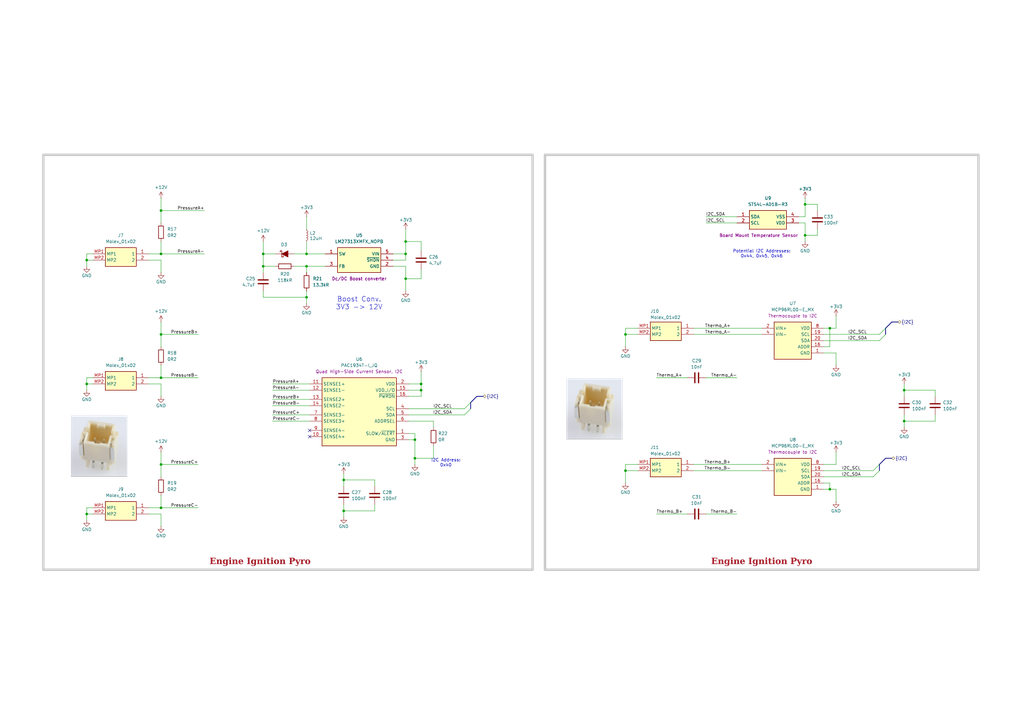
<source format=kicad_sch>
(kicad_sch (version 20250114) (generator "eeschema") (generator_version "9.0")
  (paper "A3")
  (title_block (title "Sheet Title A") (date "Last Modified Date") (rev "${REVISION}") (company "${COMPANY}"))
  (lib_symbols
    (symbol "0_Connectors:502352-0201"
      (property "Reference" "J" (at 5.08 6.985 0))
      (property "Value" "502352-0201" (at 5.08 4.445 0))
      (symbol "502352-0201_1_1"
        (rectangle (start 5.08 2.54) (end 17.78 -5.08) (stroke (width 0.254)) (fill (type background)))
        (pin passive line (at 0 0 0) (length 5.08) (name "MP1") (number "MP1"))
        (pin passive line (at 0 -2.54 0) (length 5.08) (name "MP2") (number "MP2"))
        (pin passive line (at 22.86 0 180) (length 5.08) (name "1") (number "1"))
        (pin passive line (at 22.86 -2.54 180) (length 5.08) (name "2") (number "2"))
      )
    )
    (symbol "0_Passives:C" (pin_numbers (hide yes)) (pin_names (offset 0.254))
      (property "Reference" "C" (at 0.635 8.255 0))
      (property "Value" "C" (at 0.635 5.715 0))
      (symbol "C_0_1"
        (polyline (pts (xy 3.048 -2.032) (xy 3.048 2.032)) (stroke (width 0.508)))
        (polyline (pts (xy 4.572 -2.032) (xy 4.572 2.032)) (stroke (width 0.508)))
      )
      (symbol "C_0_2"
        (polyline (pts (xy -2.54 -2.54) (xy -0.381 -0.381)))
        (polyline (pts (xy -0.508 -0.508) (xy -1.651 0.635)) (stroke (width 0.508)))
        (polyline (pts (xy -0.508 -0.508) (xy 0.635 -1.651)) (stroke (width 0.508)))
        (polyline (pts (xy 0.381 0.381) (xy 2.54 2.54)))
        (polyline (pts (xy 0.508 0.508) (xy -0.635 1.651)) (stroke (width 0.508)))
        (polyline (pts (xy 0.508 0.508) (xy 1.651 -0.635)) (stroke (width 0.508)))
      )
      (symbol "C_1_1"
        (pin passive line (at 0 0 0) (length 2.794) (name "~") (number "1"))
        (pin passive line (at 7.62 0 180) (length 2.794) (name "~") (number "2"))
      )
      (symbol "C_1_2"
        (pin passive line (at -2.54 -2.54 90) (length 0) (name "~") (number "2"))
        (pin passive line (at 2.54 2.54 270) (length 0) (name "~") (number "1"))
      )
    )
    (symbol "0_Passives:D_Shottky" (pin_numbers (hide yes)) (pin_names (offset 1.016) (hide yes))
      (property "Reference" "D" (at 3.81 5.08 0))
      (symbol "D_Shottky_0_1"
        (polyline (pts (xy 2.54 0) (xy 5.08 0)))
        (polyline (pts (xy 2.54 -1.27) (xy 2.54 1.27) (xy 5.08 0) (xy 2.54 -1.27)) (stroke (width 0.254)) (fill (type outline)))
        (polyline (pts (xy 5.715 -0.762) (xy 5.715 -1.27) (xy 5.08 -1.27) (xy 5.08 1.27) (xy 4.445 1.27) (xy 4.445 0.762)) (stroke (width 0.254)))
      )
      (symbol "D_Shottky_0_2"
        (polyline (pts (xy 1.27 -2.54) (xy 6.35 2.54)))
        (polyline (pts (xy 2.921 -0.889) (xy 2.032 0) (xy 4.699 0.889) (xy 3.81 -1.778) (xy 2.921 -0.889)) (stroke (width 0.254)) (fill (type outline)))
        (polyline (pts (xy 3.81 1.778) (xy 5.588 0)) (stroke (width 0.254)))
        (polyline (pts (xy 3.81 1.778) (xy 3.429 1.397) (xy 3.81 1.016)) (stroke (width 0.254)))
        (polyline (pts (xy 5.588 0) (xy 5.969 0.381) (xy 5.588 0.762)) (stroke (width 0.254)))
      )
      (symbol "D_Shottky_1_1"
        (pin passive line (at 0 0 0) (length 2.54) (name "A") (number "2"))
        (pin passive line (at 7.62 0 180) (length 2.54) (name "K") (number "1"))
      )
      (symbol "D_Shottky_1_2"
        (pin passive line (at 1.27 -2.54 0) (length 0) (name "A") (number "2"))
        (pin passive line (at 6.35 2.54 180) (length 0) (name "K") (number "1"))
      )
    )
    (symbol "0_Passives:Ind" (pin_numbers (hide yes)) (pin_names (offset 0.254) (hide yes))
      (property "Reference" "L" (at 0.762 -2.032 0))
      (property "Value" "Ind" (at 0.762 2.032 0))
      (symbol "Ind_0_1"
        (arc (start 0.508 0) (mid 1.016 0.5058) (end 1.524 0))
        (arc (start 1.524 0) (mid 2.032 0.5058) (end 2.54 0))
        (arc (start 2.54 0) (mid 3.048 0.5058) (end 3.556 0))
        (arc (start 3.556 0) (mid 4.064 0.5058) (end 4.572 0))
      )
      (symbol "Ind_1_1"
        (pin passive line (at 0 0 0) (length 0.508) (name "~") (number "1"))
        (pin passive line (at 5.08 0 180) (length 0.508) (name "~") (number "2"))
      )
    )
    (symbol "0_Passives:R" (pin_numbers (hide yes)) (pin_names (offset 0))
      (property "Reference" "R" (at 0 7.62 0))
      (property "Value" "R" (at 0 5.08 0))
      (symbol "R_0_1"
        (rectangle (start 1.27 -1.016) (end 6.35 1.016) (stroke (width 0.254)))
      )
      (symbol "R_0_2"
        (polyline (pts (xy -2.54 -2.54) (xy -1.524 -1.524)))
        (polyline (pts (xy 1.524 1.524) (xy 2.54 2.54)))
        (polyline (pts (xy 1.524 1.524) (xy 0.889 2.159) (xy -2.159 -0.889) (xy -0.889 -2.159) (xy 2.159 0.889) (xy 1.524 1.524)) (stroke (width 0.254)))
      )
      (symbol "R_1_1"
        (pin passive line (at 0 0 0) (length 1.27) (name "~") (number "1"))
        (pin passive line (at 7.62 0 180) (length 1.27) (name "~") (number "2"))
      )
      (symbol "R_1_2"
        (pin passive line (at -2.54 -2.54 0) (length 0) (name "") (number "2"))
        (pin passive line (at 2.54 2.54 180) (length 0) (name "") (number "1"))
      )
    )
    (symbol "0_Sensors:MCP96RL00-E_MX_1"
      (property "Reference" "U" (at 7.62 23.368 0))
      (property "Value" "MCP96RL00-E_MX" (at 7.62 20.828 0))
      (property "Description" "Thermocouple to I2C" (at 7.62 17.78 0))
      (symbol "MCP96RL00-E_MX_1_1_1"
        (rectangle (start 0 15.24) (end 15.24 0) (stroke (width 0.254)) (fill (type background)))
        (pin passive line (at -5.08 12.7 0) (length 5.08) (name "VIN+") (number "2"))
        (pin passive line (at -5.08 10.16 0) (length 5.08) (name "VIN-") (number "4"))
        (pin no_connect line (at -5.08 7.62 0) (length 5.08) (hide yes) (name "ALERT_4") (number "15"))
        (pin no_connect line (at -5.08 6.35 0) (length 5.08) (hide yes) (name "ALERT_1") (number "11"))
        (pin no_connect line (at -5.08 5.08 0) (length 5.08) (hide yes) (name "ALERT_2") (number "12"))
        (pin no_connect line (at -5.08 3.81 0) (length 5.08) (hide yes) (name "ALERT_3") (number "14"))
        (pin passive line (at 20.32 12.7 180) (length 5.08) (name "VDD") (number "8"))
        (pin passive line (at 20.32 10.16 180) (length 5.08) (name "SCL") (number "19"))
        (pin passive line (at 20.32 7.62 180) (length 5.08) (name "SDA") (number "20"))
        (pin passive line (at 20.32 5.08 180) (length 5.08) (name "ADDR") (number "16"))
        (pin passive line (at 20.32 2.54 180) (length 5.08) (name "GND") (number "1"))
        (pin passive line (at 20.32 2.54 180) (length 5.08) (hide yes) (name "GND") (number "10"))
        (pin passive line (at 20.32 2.54 180) (length 5.08) (hide yes) (name "GND") (number "13"))
        (pin passive line (at 20.32 2.54 180) (length 5.08) (hide yes) (name "GND") (number "17"))
        (pin passive line (at 20.32 2.54 180) (length 5.08) (hide yes) (name "GND") (number "18"))
        (pin passive line (at 20.32 2.54 180) (length 5.08) (hide yes) (name "EP") (number "21"))
        (pin passive line (at 20.32 2.54 180) (length 5.08) (hide yes) (name "GND") (number "3"))
        (pin passive line (at 20.32 2.54 180) (length 5.08) (hide yes) (name "GND") (number "5"))
        (pin passive line (at 20.32 2.54 180) (length 5.08) (hide yes) (name "GND") (number "6"))
        (pin passive line (at 20.32 2.54 180) (length 5.08) (hide yes) (name "GND") (number "7"))
        (pin passive line (at 20.32 2.54 180) (length 5.08) (hide yes) (name "GND") (number "9"))
      )
    )
    (symbol "0_Sensors:PAC1934T-I_JQ_1"
      (property "Reference" "U" (at 6.604 7.366 0))
      (property "Value" "PAC1934T-I_JQ" (at 6.604 4.826 0))
      (property "Description" "Quad High-Side Current Sensor, I2C" (at 2.794 -28.448 0))
      (symbol "PAC1934T-I_JQ_1_1_1"
        (rectangle (start 5.08 2.54) (end 35.56 -25.4) (stroke (width 0.254)) (fill (type background)))
        (pin input line (at 0 0 0) (length 5.08) (name "SENSE1+") (number "11"))
        (pin input line (at 0 -2.54 0) (length 5.08) (name "SENSE1-") (number "12"))
        (pin input line (at 0 -6.35 0) (length 5.08) (name "SENSE2+") (number "13"))
        (pin input line (at 0 -8.89 0) (length 5.08) (name "SENSE2-") (number "14"))
        (pin input line (at 0 -12.7 0) (length 5.08) (name "SENSE3-") (number "7"))
        (pin input line (at 0 -15.24 0) (length 5.08) (name "SENSE3+") (number "8"))
        (pin input line (at 0 -19.05 0) (length 5.08) (name "SENSE4-") (number "9"))
        (pin input line (at 0 -21.59 0) (length 5.08) (name "SENSE4+") (number "10"))
        (pin power_in line (at 40.64 0 180) (length 5.08) (name "VDD") (number "2"))
        (pin power_in line (at 40.64 -2.54 180) (length 5.08) (name "VDD_I/O") (number "15"))
        (pin input line (at 40.64 -5.08 180) (length 5.08) (name "~{PWRDN}") (number "16"))
        (pin input line (at 40.64 -10.16 180) (length 5.08) (name "SCL") (number "4"))
        (pin bidirectional line (at 40.64 -12.7 180) (length 5.08) (name "SDA") (number "5"))
        (pin input line (at 40.64 -15.24 180) (length 5.08) (name "ADDRSEL") (number "6"))
        (pin output line (at 40.64 -20.32 180) (length 5.08) (name "SLOW/~{ALERT}") (number "1"))
        (pin power_in line (at 40.64 -22.86 180) (length 5.08) (hide yes) (name "GND") (number "17"))
        (pin power_in line (at 40.64 -22.86 180) (length 5.08) (name "GND") (number "3"))
      )
    )
    (symbol "0_Sensors:STS4L-AD1B-R3"
      (property "Reference" "U" (at 5.842 7.366 0))
      (property "Value" "STS4L-AD1B-R3" (at 5.842 4.826 0))
      (symbol "STS4L-AD1B-R3_1_1"
        (rectangle (start 5.08 2.54) (end 20.32 -5.08) (stroke (width 0.254)) (fill (type background)))
        (pin passive line (at 0 0 0) (length 5.08) (name "SDA") (number "1"))
        (pin passive line (at 0 -2.54 0) (length 5.08) (name "SCL") (number "2"))
        (pin passive line (at 25.4 0 180) (length 5.08) (name "VSS") (number "4"))
        (pin passive line (at 25.4 -2.54 180) (length 5.08) (name "VDD") (number "3"))
      )
    )
    (symbol "LM27313XMFX_NOPB_1"
      (property "Reference" "U" (at 4.826 7.874 0))
      (property "Value" "LM27313XMFX_NOPB" (at 4.826 5.334 0))
      (property "Description" "Dc/DC Boost converter, 1.8MHz" (at 15.494 -10.16 0))
      (symbol "LM27313XMFX_NOPB_1_1_1"
        (rectangle (start 5.08 2.54) (end 22.86 -7.62) (stroke (width 0.254)) (fill (type background)))
        (pin passive line (at 0 0 0) (length 5.08) (name "SW") (number "1"))
        (pin passive line (at 0 -5.08 0) (length 5.08) (name "FB") (number "3"))
        (pin passive line (at 27.94 0 180) (length 5.08) (name "VIN") (number "5"))
        (pin passive line (at 27.94 -2.54 180) (length 5.08) (name "~{SHDN}") (number "4"))
        (pin passive line (at 27.94 -5.08 180) (length 5.08) (name "GND") (number "2"))
      )
    )
    (symbol "Library:+12V" (power) (pin_numbers (hide yes)) (pin_names (offset 0) (hide yes))
      (property "Value" "+12V" (at 0 3.556 0))
      (symbol "+12V_0_1"
        (polyline (pts (xy -0.762 1.27) (xy 0 2.54)))
        (polyline (pts (xy 0 2.54) (xy 0.762 1.27)))
        (polyline (pts (xy 0 0) (xy 0 2.54)))
      )
      (symbol "+12V_1_1"
        (pin power_in line (at 0 0 90) (length 0) (name "~") (number "1"))
      )
    )
    (symbol "Library:+3V3" (power) (pin_numbers (hide yes)) (pin_names (offset 0) (hide yes))
      (property "Value" "+3V3" (at 0 3.556 0))
      (symbol "+3V3_0_1"
        (polyline (pts (xy -0.762 1.27) (xy 0 2.54)))
        (polyline (pts (xy 0 2.54) (xy 0.762 1.27)))
        (polyline (pts (xy 0 0) (xy 0 2.54)))
      )
      (symbol "+3V3_1_1"
        (pin power_in line (at 0 0 90) (length 0) (name "~") (number "1"))
      )
    )
    (symbol "Library:GND" (power) (pin_numbers (hide yes)) (pin_names (offset 0) (hide yes))
      (property "Value" "GND" (at 0 -3.81 0))
      (symbol "GND_0_1"
        (polyline (pts (xy 0 0) (xy 0 -1.27) (xy 1.27 -1.27) (xy 0 -2.54) (xy -1.27 -1.27) (xy 0 -1.27)))
      )
      (symbol "GND_1_1"
        (pin power_in line (at 0 0 270) (length 0) (name "~") (number "1"))
      )
    )
  )
  (rectangle (start 17.78 63.5) (end 218.44 233.68) (stroke (width 1) (color 200 200 200 1)))
  (rectangle (start 223.52 63.5) (end 401.32 233.68) (stroke (width 1) (color 200 200 200 1)))
  (text "Potential I2C Addresses:\n0x44, 0x45, 0x46" (at 312.42 104.14 0) (effects (font (size 1.27 1.27))))
  (text "Boost Conv.\n3V3 -> 12V" (at 147.32 124.46 0) (effects (font (size 2 2))))
  (text "I2C Address:\n0x40" (at 182.88 189.865 0) (effects (font (size 1.27 1.27))))
  (text_box "Engine Ignition Pyro" (at 17.78 223.52 0) (size 177.8 10.16) (margins 1.9049 1.9049 1.9049 1.9049) (stroke (width -0.0001)) (effects (font (size 2.54 2.54) (thickness 0.508) (bold yes)) (justify bottom)))
  (text_box "Engine Ignition Pyro" (at 223.52 223.52 0) (size 177.8 10.16) (margins 1.9049 1.9049 1.9049 1.9049) (stroke (width -0.0001)) (effects (font (size 2.54 2.54) (thickness 0.508) (bold yes)) (justify bottom)))
  (junction (at 330.2 83.82))
  (junction (at 166.37 99.06))
  (junction (at 107.95 104.14))
  (junction (at 66.04 190.5))
  (junction (at 66.04 154.94))
  (junction (at 35.56 210.82))
  (junction (at 35.56 106.68))
  (junction (at 140.97 196.85))
  (junction (at 172.72 160.02))
  (junction (at 172.72 157.48))
  (junction (at 125.73 121.92))
  (junction (at 170.18 180.34))
  (junction (at 370.84 172.72))
  (junction (at 340.36 200.66))
  (junction (at 125.73 104.14))
  (junction (at 107.95 109.22))
  (junction (at 66.04 137.16))
  (junction (at 256.54 137.16))
  (junction (at 370.84 160.02))
  (junction (at 330.2 96.52))
  (junction (at 66.04 208.28))
  (junction (at 125.73 109.22))
  (junction (at 170.18 187.96))
  (junction (at 66.04 104.14))
  (junction (at 166.37 104.14))
  (junction (at 35.56 157.48))
  (junction (at 166.37 114.3))
  (junction (at 140.97 209.55))
  (junction (at 340.36 134.62))
  (junction (at 66.04 86.36))
  (junction (at 256.54 193.04))
  (no_connect (at 127 176.53))
  (no_connect (at 127 179.07))
  (bus_entry (at 360.68 137.16) (size 2.54 -2.54))
  (bus_entry (at 190.5 167.64) (size 2.54 -2.54))
  (bus_entry (at 358.14 193.04) (size 2.54 -2.54))
  (bus_entry (at 190.5 170.18) (size 2.54 -2.54))
  (bus_entry (at 358.14 195.58) (size 2.54 -2.54))
  (bus_entry (at 360.68 139.7) (size 2.54 -2.54))
  (wire (pts (xy 337.82 195.58) (xy 358.14 195.58)))
  (wire (pts (xy 284.48 137.16) (xy 312.42 137.16)))
  (wire (pts (xy 140.97 207.01) (xy 140.97 209.55)))
  (wire (pts (xy 66.04 86.36) (xy 83.82 86.36)))
  (wire (pts (xy 256.54 190.5) (xy 261.62 190.5)))
  (wire (pts (xy 337.82 137.16) (xy 360.68 137.16)))
  (wire (pts (xy 38.1 104.14) (xy 35.56 104.14)))
  (wire (pts (xy 383.54 160.02) (xy 370.84 160.02)))
  (wire (pts (xy 167.64 160.02) (xy 172.72 160.02)))
  (wire (pts (xy 107.95 119.38) (xy 107.95 121.92)))
  (wire (pts (xy 66.04 208.28) (xy 81.28 208.28)))
  (wire (pts (xy 289.56 91.44) (xy 302.26 91.44)))
  (wire (pts (xy 35.56 210.82) (xy 35.56 213.36)))
  (wire (pts (xy 256.54 134.62) (xy 256.54 137.16)))
  (wire (pts (xy 66.04 203.2) (xy 66.04 208.28)))
  (wire (pts (xy 66.04 137.16) (xy 81.28 137.16)))
  (wire (pts (xy 370.84 170.18) (xy 370.84 172.72)))
  (wire (pts (xy 256.54 193.04) (xy 261.62 193.04)))
  (wire (pts (xy 330.2 81.28) (xy 330.2 83.82)))
  (wire (pts (xy 111.76 163.83) (xy 127 163.83)))
  (wire (pts (xy 383.54 170.18) (xy 383.54 172.72)))
  (wire (pts (xy 60.96 157.48) (xy 66.04 157.48)))
  (wire (pts (xy 107.95 109.22) (xy 113.03 109.22)))
  (wire (pts (xy 66.04 106.68) (xy 66.04 111.76)))
  (wire (pts (xy 161.29 109.22) (xy 166.37 109.22)))
  (wire (pts (xy 120.65 104.14) (xy 125.73 104.14)))
  (wire (pts (xy 177.8 182.88) (xy 177.8 187.96)))
  (wire (pts (xy 289.56 154.94) (xy 302.26 154.94)))
  (wire (pts (xy 327.66 88.9) (xy 330.2 88.9)))
  (wire (pts (xy 340.36 142.24) (xy 340.36 134.62)))
  (wire (pts (xy 166.37 109.22) (xy 166.37 114.3)))
  (wire (pts (xy 153.67 196.85) (xy 140.97 196.85)))
  (wire (pts (xy 35.56 104.14) (xy 35.56 106.68)))
  (wire (pts (xy 342.9 149.86) (xy 342.9 144.78)))
  (wire (pts (xy 166.37 99.06) (xy 166.37 104.14)))
  (wire (pts (xy 140.97 209.55) (xy 140.97 212.09)))
  (wire (pts (xy 107.95 104.14) (xy 113.03 104.14)))
  (wire (pts (xy 342.9 200.66) (xy 340.36 200.66)))
  (wire (pts (xy 140.97 196.85) (xy 140.97 199.39)))
  (wire (pts (xy 330.2 96.52) (xy 330.2 99.06)))
  (bus (pts (xy 360.68 190.5) (xy 363.22 187.96)))
  (wire (pts (xy 125.73 109.22) (xy 125.73 111.76)))
  (bus (pts (xy 368.3 132.08) (xy 365.76 132.08)))
  (wire (pts (xy 167.64 157.48) (xy 172.72 157.48)))
  (wire (pts (xy 342.9 134.62) (xy 342.9 129.54)))
  (wire (pts (xy 153.67 209.55) (xy 140.97 209.55)))
  (wire (pts (xy 330.2 91.44) (xy 330.2 96.52)))
  (wire (pts (xy 60.96 154.94) (xy 66.04 154.94)))
  (wire (pts (xy 125.73 99.06) (xy 125.73 104.14)))
  (wire (pts (xy 370.84 157.48) (xy 370.84 160.02)))
  (wire (pts (xy 140.97 194.31) (xy 140.97 196.85)))
  (wire (pts (xy 177.8 187.96) (xy 170.18 187.96)))
  (wire (pts (xy 66.04 190.5) (xy 66.04 195.58)))
  (wire (pts (xy 167.64 170.18) (xy 190.5 170.18)))
  (wire (pts (xy 337.82 190.5) (xy 342.9 190.5)))
  (wire (pts (xy 383.54 172.72) (xy 370.84 172.72)))
  (wire (pts (xy 60.96 104.14) (xy 66.04 104.14)))
  (wire (pts (xy 66.04 154.94) (xy 81.28 154.94)))
  (wire (pts (xy 38.1 208.28) (xy 35.56 208.28)))
  (wire (pts (xy 35.56 157.48) (xy 35.56 160.02)))
  (wire (pts (xy 35.56 157.48) (xy 38.1 157.48)))
  (wire (pts (xy 66.04 132.08) (xy 66.04 137.16)))
  (wire (pts (xy 166.37 93.98) (xy 166.37 99.06)))
  (wire (pts (xy 172.72 110.49) (xy 172.72 114.3)))
  (wire (pts (xy 153.67 199.39) (xy 153.67 196.85)))
  (wire (pts (xy 172.72 99.06) (xy 172.72 102.87)))
  (wire (pts (xy 170.18 187.96) (xy 170.18 180.34)))
  (wire (pts (xy 340.36 200.66) (xy 337.82 200.66)))
  (wire (pts (xy 107.95 104.14) (xy 107.95 99.06)))
  (wire (pts (xy 111.76 166.37) (xy 127 166.37)))
  (wire (pts (xy 172.72 152.4) (xy 172.72 157.48)))
  (wire (pts (xy 125.73 104.14) (xy 133.35 104.14)))
  (wire (pts (xy 289.56 88.9) (xy 302.26 88.9)))
  (wire (pts (xy 66.04 210.82) (xy 66.04 215.9)))
  (wire (pts (xy 35.56 106.68) (xy 35.56 109.22)))
  (wire (pts (xy 335.28 86.36) (xy 335.28 83.82)))
  (wire (pts (xy 170.18 180.34) (xy 167.64 180.34)))
  (wire (pts (xy 111.76 172.72) (xy 127 172.72)))
  (wire (pts (xy 125.73 109.22) (xy 133.35 109.22)))
  (wire (pts (xy 342.9 144.78) (xy 337.82 144.78)))
  (wire (pts (xy 284.48 193.04) (xy 312.42 193.04)))
  (wire (pts (xy 284.48 134.62) (xy 312.42 134.62)))
  (wire (pts (xy 107.95 109.22) (xy 107.95 104.14)))
  (wire (pts (xy 66.04 190.5) (xy 81.28 190.5)))
  (bus (pts (xy 365.76 187.96) (xy 363.22 187.96)))
  (wire (pts (xy 66.04 149.86) (xy 66.04 154.94)))
  (bus (pts (xy 193.04 165.1) (xy 193.04 167.64)))
  (wire (pts (xy 166.37 119.38) (xy 166.37 114.3)))
  (wire (pts (xy 167.64 177.8) (xy 170.18 177.8)))
  (wire (pts (xy 35.56 154.94) (xy 35.56 157.48)))
  (wire (pts (xy 330.2 83.82) (xy 335.28 83.82)))
  (wire (pts (xy 370.84 160.02) (xy 370.84 162.56)))
  (wire (pts (xy 66.04 99.06) (xy 66.04 104.14)))
  (wire (pts (xy 289.56 210.82) (xy 302.26 210.82)))
  (wire (pts (xy 66.04 86.36) (xy 66.04 91.44)))
  (wire (pts (xy 335.28 93.98) (xy 335.28 96.52)))
  (wire (pts (xy 161.29 104.14) (xy 166.37 104.14)))
  (wire (pts (xy 269.24 154.94) (xy 281.94 154.94)))
  (wire (pts (xy 60.96 106.68) (xy 66.04 106.68)))
  (wire (pts (xy 66.04 185.42) (xy 66.04 190.5)))
  (wire (pts (xy 342.9 190.5) (xy 342.9 185.42)))
  (bus (pts (xy 193.04 165.1) (xy 195.58 162.56)))
  (wire (pts (xy 256.54 193.04) (xy 256.54 198.12)))
  (wire (pts (xy 337.82 134.62) (xy 340.36 134.62)))
  (wire (pts (xy 256.54 137.16) (xy 261.62 137.16)))
  (wire (pts (xy 337.82 198.12) (xy 340.36 198.12)))
  (wire (pts (xy 172.72 162.56) (xy 172.72 160.02)))
  (bus (pts (xy 363.22 134.62) (xy 365.76 132.08)))
  (wire (pts (xy 256.54 134.62) (xy 261.62 134.62)))
  (wire (pts (xy 170.18 177.8) (xy 170.18 180.34)))
  (wire (pts (xy 167.64 172.72) (xy 177.8 172.72)))
  (wire (pts (xy 60.96 208.28) (xy 66.04 208.28)))
  (wire (pts (xy 35.56 106.68) (xy 38.1 106.68)))
  (bus (pts (xy 198.12 162.56) (xy 195.58 162.56)))
  (wire (pts (xy 161.29 106.68) (xy 166.37 106.68)))
  (wire (pts (xy 111.76 157.48) (xy 127 157.48)))
  (wire (pts (xy 107.95 121.92) (xy 125.73 121.92)))
  (wire (pts (xy 342.9 205.74) (xy 342.9 200.66)))
  (bus (pts (xy 360.68 190.5) (xy 360.68 193.04)))
  (wire (pts (xy 172.72 160.02) (xy 172.72 157.48)))
  (wire (pts (xy 120.65 109.22) (xy 125.73 109.22)))
  (wire (pts (xy 107.95 109.22) (xy 107.95 111.76)))
  (wire (pts (xy 370.84 172.72) (xy 370.84 175.26)))
  (wire (pts (xy 330.2 96.52) (xy 335.28 96.52)))
  (wire (pts (xy 66.04 104.14) (xy 83.82 104.14)))
  (wire (pts (xy 342.9 134.62) (xy 340.36 134.62)))
  (wire (pts (xy 125.73 121.92) (xy 125.73 124.46)))
  (wire (pts (xy 66.04 81.28) (xy 66.04 86.36)))
  (wire (pts (xy 337.82 139.7) (xy 360.68 139.7)))
  (wire (pts (xy 35.56 208.28) (xy 35.56 210.82)))
  (wire (pts (xy 337.82 193.04) (xy 358.14 193.04)))
  (wire (pts (xy 177.8 172.72) (xy 177.8 175.26)))
  (wire (pts (xy 66.04 137.16) (xy 66.04 142.24)))
  (wire (pts (xy 167.64 162.56) (xy 172.72 162.56)))
  (wire (pts (xy 111.76 170.18) (xy 127 170.18)))
  (wire (pts (xy 111.76 160.02) (xy 127 160.02)))
  (wire (pts (xy 35.56 210.82) (xy 38.1 210.82)))
  (wire (pts (xy 256.54 137.16) (xy 256.54 142.24)))
  (wire (pts (xy 125.73 88.9) (xy 125.73 93.98)))
  (wire (pts (xy 125.73 119.38) (xy 125.73 121.92)))
  (wire (pts (xy 337.82 142.24) (xy 340.36 142.24)))
  (wire (pts (xy 153.67 207.01) (xy 153.67 209.55)))
  (wire (pts (xy 284.48 190.5) (xy 312.42 190.5)))
  (wire (pts (xy 172.72 99.06) (xy 166.37 99.06)))
  (wire (pts (xy 170.18 190.5) (xy 170.18 187.96)))
  (wire (pts (xy 383.54 162.56) (xy 383.54 160.02)))
  (wire (pts (xy 66.04 157.48) (xy 66.04 162.56)))
  (wire (pts (xy 167.64 167.64) (xy 190.5 167.64)))
  (wire (pts (xy 269.24 210.82) (xy 281.94 210.82)))
  (wire (pts (xy 60.96 210.82) (xy 66.04 210.82)))
  (wire (pts (xy 330.2 83.82) (xy 330.2 88.9)))
  (wire (pts (xy 327.66 91.44) (xy 330.2 91.44)))
  (bus (pts (xy 363.22 134.62) (xy 363.22 137.16)))
  (wire (pts (xy 172.72 114.3) (xy 166.37 114.3)))
  (wire (pts (xy 38.1 154.94) (xy 35.56 154.94)))
  (wire (pts (xy 166.37 106.68) (xy 166.37 104.14)))
  (wire (pts (xy 256.54 190.5) (xy 256.54 193.04)))
  (wire (pts (xy 340.36 198.12) (xy 340.36 200.66)))
  (image (at 40.64 182.88))
  (image (at 243.84 167.64))
  (label "PressureA+" (at 111.76 157.48 0))
  (label "Thermo_B+" (at 299.72 190.5 180))
  (label "PressureA-" (at 111.76 160.02 0))
  (label "I2C_SCL" (at 353.06 193.04 180))
  (label "Thermo_A-" (at 302.26 154.94 180))
  (label "Thermo_B-" (at 299.72 193.04 180))
  (label "Thermo_A-" (at 299.72 137.16 180))
  (label "I2C_SCL" (at 185.42 167.64 180))
  (label "Thermo_A+" (at 269.24 154.94 0))
  (label "PressureB-" (at 111.76 166.37 0))
  (label "PressureB-" (at 81.28 154.94 180))
  (label "PressureA+" (at 83.82 86.36 180))
  (label "PressureC-" (at 81.28 208.28 180))
  (label "Thermo_B-" (at 302.26 210.82 180))
  (label "PressureC+" (at 81.28 190.5 180))
  (label "Thermo_B+" (at 269.24 210.82 0))
  (label "I2C_SDA" (at 185.42 170.18 180))
  (label "I2C_SCL" (at 355.6 137.16 180))
  (label "PressureB+" (at 81.28 137.16 180))
  (label "PressureB+" (at 111.76 163.83 0))
  (label "Thermo_A+" (at 299.72 134.62 180))
  (label "PressureC+" (at 111.76 170.18 0))
  (label "I2C_SDA" (at 353.06 195.58 180))
  (label "PressureC-" (at 111.76 172.72 0))
  (label "PressureA-" (at 83.82 104.14 180))
  (label "I2C_SDA" (at 289.56 88.9 0))
  (label "I2C_SDA" (at 355.6 139.7 180))
  (label "I2C_SCL" (at 289.56 91.44 0))
  (hierarchical_label "{I2C}" (shape bidirectional) (at 368.3 132.08 0))
  (hierarchical_label "{I2C}" (shape bidirectional) (at 198.12 162.56 0))
  (hierarchical_label "{I2C}" (shape bidirectional) (at 365.76 187.96 0))
  (symbol (lib_id "0_Passives:C") (at 383.54 170.18 90) (unit 1)
    (property "Reference" "C32" (at 386.715 165.1 90) (effects (justify right)))
    (property "Value" "100nF" (at 386.715 167.64 90) (effects (justify right)))
    (property "Footprint" "0_Capacitors:C_0603_1608_DensityHigh" (effects (hide yes)))
    (property "Description" "SMD 0402 MLCC capacitor, Alternate KiCad Library" (effects (hide yes)))
  )
  (symbol (lib_id "0_Passives:D_Shottky") (at 120.65 104.14 180) (unit 1)
    (property "Reference" "D3" (at 116.5225 100.33 0))
    (property "Footprint" "0_Passives:D_0805_2012Metric" (effects (hide yes)))
  )
  (symbol (lib_id "Library:+3V3") (at 342.9 185.42 0) (unit 1)
    (property "Reference" "#PWR01221" (effects (hide yes)))
    (property "Value" "+3V3" (at 342.9 181.61 0))
    (property "Description" "Power symbol creates a global label with name \"+3V3\"" (effects (hide yes)))
  )
  (symbol (lib_id "Library:+12V") (at 107.95 99.06 0) (unit 1)
    (property "Reference" "#PWR01205" (effects (hide yes)))
    (property "Value" "+12V" (at 107.95 94.615 0))
    (property "Description" "Power symbol creates a global label with name \"+12V\"" (effects (hide yes)))
  )
  (symbol (lib_id "Library:GND") (at 342.9 149.86 0) (unit 1)
    (property "Reference" "#PWR01214" (effects (hide yes)))
    (property "Value" "GND" (at 342.9 153.67 0))
    (property "Description" "Power symbol creates a global label with name \"GND\" , ground" (effects (hide yes)))
  )
  (symbol (lib_id "0_Passives:R") (at 177.8 182.88 90) (unit 1)
    (property "Reference" "R22" (at 179.705 177.8 90) (effects (justify right)))
    (property "Value" "0R" (at 179.705 180.34 90) (effects (justify right)))
    (property "Footprint" "0_Resistors:R_0805_2012_DensityHigh" (effects (hide yes)))
    (property "Description" "SMD 0402 Chip Resistor, European Symbol, Alternate KiCad Library" (effects (hide yes)))
  )
  (symbol (lib_id "Library:GND") (at 256.54 198.12 0) (unit 1)
    (property "Reference" "#PWR01224" (effects (hide yes)))
    (property "Value" "GND" (at 256.54 201.93 0))
    (property "Description" "Power symbol creates a global label with name \"GND\" , ground" (effects (hide yes)))
  )
  (symbol (lib_id "0_Sensors:STS4L-AD1B-R3") (at 302.26 88.9 0) (unit 1)
    (property "Reference" "U9" (at 314.96 81.28 0))
    (property "Value" "STS4L-AD1B-R3" (at 314.96 83.82 0))
    (property "Footprint" "0_Sensors:STS4LAD1BR3" (effects (hide yes)))
    (property "Datasheet" "https://sensirion.com/media/documents/D2D0B4A9/667AC1F4/HT_DS_Datasheet_STS4x.pdf" (effects (hide yes)))
    (property "Description" "Board Mount Temperature Sensor" (at 311.15 96.52 0))
    (property "MPN" "STS4L-AD1B-R3" (effects (hide yes)))
    (property "Supplier Link" "https://uk.farnell.com/sensirion/sts4l-ad1b-r3/temperature-sensor-0-4deg-c-dfn/dp/4551122" (effects (hide yes)))
  )
  (symbol (lib_id "Library:+12V") (at 66.04 185.42 0) (unit 1)
    (property "Reference" "#PWR01220" (effects (hide yes)))
    (property "Value" "+12V" (at 66.04 180.975 0))
    (property "Description" "Power symbol creates a global label with name \"+12V\"" (effects (hide yes)))
  )
  (symbol (lib_id "0_Connectors:502352-0201") (at 38.1 154.94 0) (unit 1)
    (property "Reference" "J8" (at 49.53 147.32 0))
    (property "Value" "Molex_01x02" (at 49.53 149.86 0))
    (property "Footprint" "0_Connectors:502352_0201" (effects (hide yes)))
    (property "Datasheet" "https://www.molex.com/pdm_docs/sd/5023520201_sd.pdf" (effects (hide yes)))
    (property "Description" "MOLEX - 502352-0201 - WTB CONN, HEADER, 2POS, 1ROW, 2MM ROHS COMPLIANT: YES" (effects (hide yes)))
    (property "MPN" "502352-0201" (effects (hide yes)))
    (property "Supplier Link" "https://uk.farnell.com/molex/502352-0201/wtb-conn-header-2pos-1row-2mm/dp/3103081" (effects (hide yes)))
  )
  (symbol (lib_id "Library:GND") (at 140.97 212.09 0) (mirror y) (unit 1)
    (property "Reference" "#PWR01226" (effects (hide yes)))
    (property "Value" "GND" (at 140.97 215.9 0))
    (property "Description" "Power symbol creates a global label with name \"GND\" , ground" (effects (hide yes)))
  )
  (symbol (lib_id "0_Passives:C") (at 370.84 170.18 270) (mirror x) (unit 1)
    (property "Reference" "C30" (at 374.015 165.1 90) (effects (justify left)))
    (property "Value" "100nF" (at 374.015 167.64 90) (effects (justify left)))
    (property "Footprint" "0_Capacitors:C_0603_1608_DensityHigh" (effects (hide yes)))
    (property "Description" "SMD 0402 MLCC capacitor, Alternate KiCad Library" (effects (hide yes)))
  )
  (symbol (lib_id "Library:GND") (at 342.9 205.74 0) (unit 1)
    (property "Reference" "#PWR01225" (effects (hide yes)))
    (property "Value" "GND" (at 342.9 209.55 0))
    (property "Description" "Power symbol creates a global label with name \"GND\" , ground" (effects (hide yes)))
  )
  (symbol (lib_id "0_Passives:R") (at 66.04 142.24 270) (unit 1)
    (property "Reference" "R18" (at 68.58 144.78 90) (effects (justify left)))
    (property "Value" "0R2" (at 68.58 147.32 90) (effects (justify left)))
    (property "Footprint" "0_Resistors:R_1206_3216_DensityHigh_Large" (effects (hide yes)))
    (property "Description" "SMD 0402 Chip Resistor, European Symbol, Alternate KiCad Library" (effects (hide yes)))
  )
  (symbol (lib_id "0_Passives:C") (at 172.72 102.87 270) (unit 1)
    (property "Reference" "C26" (at 175.895 105.41 90) (effects (justify left)))
    (property "Value" "4.7uF" (at 175.895 107.95 90) (effects (justify left)))
    (property "Footprint" "0_Capacitors:C_0603_1608_DensityHigh" (effects (hide yes)))
    (property "Description" "SMD 0402 MLCC capacitor, Alternate KiCad Library" (effects (hide yes)))
  )
  (symbol (lib_id "Library:GND") (at 66.04 111.76 0) (unit 1)
    (property "Reference" "#PWR01208" (effects (hide yes)))
    (property "Value" "GND" (at 66.04 115.57 0))
    (property "Description" "Power symbol creates a global label with name \"GND\" , ground" (effects (hide yes)))
  )
  (symbol (lib_id "Library:+12V") (at 66.04 81.28 0) (unit 1)
    (property "Reference" "#PWR01201" (effects (hide yes)))
    (property "Value" "+12V" (at 66.04 76.835 0))
    (property "Description" "Power symbol creates a global label with name \"+12V\"" (effects (hide yes)))
  )
  (symbol (lib_id "0_Passives:C") (at 153.67 199.39 270) (unit 1)
    (property "Reference" "C28" (at 156.845 201.93 90) (effects (justify left)))
    (property "Value" "100nF" (at 156.845 204.47 90) (effects (justify left)))
    (property "Footprint" "0_Capacitors:C_0603_1608_DensityHigh" (effects (hide yes)))
    (property "Description" "SMD 0402 MLCC capacitor, Alternate KiCad Library" (effects (hide yes)))
  )
  (symbol (lib_id "Library:+12V") (at 66.04 132.08 0) (unit 1)
    (property "Reference" "#PWR01212" (effects (hide yes)))
    (property "Value" "+12V" (at 66.04 127.635 0))
    (property "Description" "Power symbol creates a global label with name \"+12V\"" (effects (hide yes)))
  )
  (symbol (lib_id "0_Connectors:502352-0201") (at 38.1 208.28 0) (unit 1)
    (property "Reference" "J9" (at 49.53 200.66 0))
    (property "Value" "Molex_01x02" (at 49.53 203.2 0))
    (property "Footprint" "0_Connectors:502352_0201" (effects (hide yes)))
    (property "Datasheet" "https://www.molex.com/pdm_docs/sd/5023520201_sd.pdf" (effects (hide yes)))
    (property "Description" "MOLEX - 502352-0201 - WTB CONN, HEADER, 2POS, 1ROW, 2MM ROHS COMPLIANT: YES" (effects (hide yes)))
    (property "MPN" "502352-0201" (effects (hide yes)))
    (property "Supplier Link" "https://uk.farnell.com/molex/502352-0201/wtb-conn-header-2pos-1row-2mm/dp/3103081" (effects (hide yes)))
  )
  (symbol (lib_id "Library:GND") (at 125.73 124.46 0) (mirror y) (unit 1)
    (property "Reference" "#PWR01210" (effects (hide yes)))
    (property "Value" "GND" (at 125.73 128.27 0))
    (property "Description" "Power symbol creates a global label with name \"GND\" , ground" (effects (hide yes)))
  )
  (symbol (lib_id "Library:GND") (at 330.2 99.06 0) (unit 1)
    (property "Reference" "#PWR01206" (effects (hide yes)))
    (property "Value" "GND" (at 330.2 102.87 0))
    (property "Description" "Power symbol creates a global label with name \"GND\" , ground" (effects (hide yes)))
  )
  (symbol (lib_id "Library:GND") (at 256.54 142.24 0) (unit 1)
    (property "Reference" "#PWR01213" (effects (hide yes)))
    (property "Value" "GND" (at 256.54 146.05 0))
    (property "Description" "Power symbol creates a global label with name \"GND\" , ground" (effects (hide yes)))
  )
  (symbol (lib_id "Library:+3V3") (at 125.73 88.9 0) (mirror y) (unit 1)
    (property "Reference" "#PWR01203" (effects (hide yes)))
    (property "Value" "+3V3" (at 125.73 85.09 0))
    (property "Description" "Power symbol creates a global label with name \"+3V3\"" (effects (hide yes)))
  )
  (symbol (lib_id "Library:GND") (at 66.04 162.56 0) (unit 1)
    (property "Reference" "#PWR01218" (effects (hide yes)))
    (property "Value" "GND" (at 66.04 166.37 0))
    (property "Description" "Power symbol creates a global label with name \"GND\" , ground" (effects (hide yes)))
  )
  (symbol (lib_id "0_Passives:C") (at 289.56 210.82 180) (unit 1)
    (property "Reference" "C31" (at 285.75 203.835 0))
    (property "Value" "10nF" (at 285.75 206.375 0))
    (property "Footprint" "0_Capacitors:C_0603_1608_DensityHigh" (effects (hide yes)))
    (property "Description" "SMD 0402 MLCC capacitor, Alternate KiCad Library" (effects (hide yes)))
  )
  (symbol (lib_id "Library:GND") (at 166.37 119.38 0) (mirror y) (unit 1)
    (property "Reference" "#PWR01209" (effects (hide yes)))
    (property "Value" "GND" (at 166.37 123.19 0))
    (property "Description" "Power symbol creates a global label with name \"GND\" , ground" (effects (hide yes)))
  )
  (symbol (lib_id "Library:GND") (at 170.18 190.5 0) (mirror y) (unit 1)
    (property "Reference" "#PWR01222" (effects (hide yes)))
    (property "Value" "GND" (at 170.18 194.31 0))
    (property "Description" "Power symbol creates a global label with name \"GND\" , ground" (effects (hide yes)))
  )
  (symbol (lib_id "0_Sensors:PAC1934T-I_JQ_1") (at 127 157.48 0) (unit 1)
    (property "Reference" "U6" (at 147.32 147.32 0))
    (property "Value" "PAC1934T-I_JQ" (at 147.32 149.86 0))
    (property "Footprint" "0_Sensors:QFN65P400X400X55-17N-D" (effects (hide yes)))
    (property "Datasheet" "https://datasheet.datasheetarchive.com/originals/distributors/DKDS41/DSANUWW0026729.pdf" (effects (hide yes)))
    (property "Description" "Quad High-Side Current Sensor, I2C" (at 147.32 152.4 0))
    (property "Height" "0.55" (effects (hide yes)))
    (property "Manufacturer_Name" "Microchip" (effects (hide yes)))
    (property "Manufacturer_Part_Number" "PAC1934T-I/JQ" (effects (hide yes)))
  )
  (symbol (lib_id "Library:GND") (at 370.84 175.26 0) (mirror y) (unit 1)
    (property "Reference" "#PWR01219" (effects (hide yes)))
    (property "Value" "GND" (at 370.84 179.07 0))
    (property "Description" "Power symbol creates a global label with name \"GND\" , ground" (effects (hide yes)))
  )
  (symbol (lib_id "0_Passives:C") (at 107.95 119.38 270) (mirror x) (unit 1)
    (property "Reference" "C25" (at 104.775 114.3 90) (effects (justify right)))
    (property "Value" "4.7uF" (at 104.775 116.84 90) (effects (justify right)))
    (property "Footprint" "0_Capacitors:C_0603_1608_DensityHigh" (effects (hide yes)))
    (property "Description" "SMD 0402 MLCC capacitor, Alternate KiCad Library" (effects (hide yes)))
  )
  (symbol (lib_id "0_Passives:R") (at 66.04 195.58 270) (unit 1)
    (property "Reference" "R19" (at 68.58 198.12 90) (effects (justify left)))
    (property "Value" "0R2" (at 68.58 200.66 90) (effects (justify left)))
    (property "Footprint" "0_Resistors:R_1206_3216_DensityHigh_Large" (effects (hide yes)))
    (property "Description" "SMD 0402 Chip Resistor, European Symbol, Alternate KiCad Library" (effects (hide yes)))
  )
  (symbol (lib_id "Library:GND") (at 35.56 213.36 0) (mirror y) (unit 1)
    (property "Reference" "#PWR01227" (effects (hide yes)))
    (property "Value" "GND" (at 35.56 217.17 0))
    (property "Description" "Power symbol creates a global label with name \"GND\" , ground" (effects (hide yes)))
  )
  (symbol (lib_id "Library:+3V3") (at 172.72 152.4 0) (mirror y) (unit 1)
    (property "Reference" "#PWR01215" (effects (hide yes)))
    (property "Value" "+3V3" (at 172.72 148.59 0))
    (property "Description" "Power symbol creates a global label with name \"+3V3\"" (effects (hide yes)))
  )
  (symbol (lib_id "0_Connectors:502352-0201") (at 261.62 134.62 0) (unit 1)
    (property "Reference" "J10" (at 266.7 127.635 0) (effects (justify left)))
    (property "Value" "Molex_01x02" (at 266.7 130.175 0) (effects (justify left)))
    (property "Footprint" "0_Connectors:502352_0201" (effects (hide yes)))
    (property "Datasheet" "https://www.molex.com/pdm_docs/sd/5023520201_sd.pdf" (effects (hide yes)))
    (property "Description" "MOLEX - 502352-0201 - WTB CONN, HEADER, 2POS, 1ROW, 2MM ROHS COMPLIANT: YES" (effects (hide yes)))
    (property "MPN" "502352-0201" (effects (hide yes)))
    (property "Supplier Link" "https://uk.farnell.com/molex/502352-0201/wtb-conn-header-2pos-1row-2mm/dp/3103081" (effects (hide yes)))
  )
  (symbol (lib_id "0_Passives:R") (at 120.65 109.22 180) (unit 1)
    (property "Reference" "R20" (at 116.84 112.395 0))
    (property "Value" "118kR" (at 116.84 114.935 0))
    (property "Footprint" "0_Resistors:R_0603_1608_DensityHigh" (effects (hide yes)))
    (property "Description" "SMD 0402 Chip Resistor, European Symbol, Alternate KiCad Library" (effects (hide yes)))
  )
  (symbol (lib_id "Library:+3V3") (at 140.97 194.31 0) (mirror y) (unit 1)
    (property "Reference" "#PWR01223" (effects (hide yes)))
    (property "Value" "+3V3" (at 140.97 190.5 0))
    (property "Description" "Power symbol creates a global label with name \"+3V3\"" (effects (hide yes)))
  )
  (symbol (lib_name "LM27313XMFX_NOPB_1") (lib_id "0_Power:LM27313XMFX_Boost") (at 133.35 104.14 0) (unit 1)
    (property "Reference" "U5" (at 147.32 96.52 0))
    (property "Value" "LM27313XMFX_NOPB" (at 147.32 99.06 0))
    (property "Footprint" "0_Power:SOT95P280X145-5N" (effects (hide yes)))
    (property "Datasheet" "http://www.ti.com/lit/ds/symlink/lm27313.pdf" (effects (hide yes)))
    (property "Description" "Dc/DC Boost converter" (at 147.32 114.3 0))
    (property "MPN" "LM27313XMFX/NOPB" (effects (hide yes)))
    (property "Supplier Link" "https://uk.farnell.com/texas-instruments/lm27313xmfx-nopb/dc-dc-conv-buck-1-6mhz-sot-23/dp/3121547" (effects (hide yes)))
  )
  (symbol (lib_id "0_Connectors:502352-0201") (at 38.1 104.14 0) (unit 1)
    (property "Reference" "J7" (at 49.53 96.52 0))
    (property "Value" "Molex_01x02" (at 49.53 99.06 0))
    (property "Footprint" "0_Connectors:502352_0201" (effects (hide yes)))
    (property "Datasheet" "https://www.molex.com/pdm_docs/sd/5023520201_sd.pdf" (effects (hide yes)))
    (property "Description" "MOLEX - 502352-0201 - WTB CONN, HEADER, 2POS, 1ROW, 2MM ROHS COMPLIANT: YES" (effects (hide yes)))
    (property "MPN" "502352-0201" (effects (hide yes)))
    (property "Supplier Link" "https://uk.farnell.com/molex/502352-0201/wtb-conn-header-2pos-1row-2mm/dp/3103081" (effects (hide yes)))
  )
  (symbol (lib_id "0_Passives:Ind") (at 125.73 99.06 270) (mirror x) (unit 1)
    (property "Reference" "L2" (at 127 95.631 90) (effects (justify left)))
    (property "Value" "12uH" (at 127 97.79 90) (effects (justify left)))
    (property "Footprint" "0_Passives:L_1206_3216Metric" (effects (hide yes)))
    (property "Description" "Inductors for Power Circuits, Wound Ferrite, for Automotive" (effects (hide yes)))
  )
  (symbol (lib_id "0_Passives:C") (at 289.56 154.94 180) (unit 1)
    (property "Reference" "C29" (at 285.75 147.955 0))
    (property "Value" "10nF" (at 285.75 150.495 0))
    (property "Footprint" "0_Capacitors:C_0603_1608_DensityHigh" (effects (hide yes)))
    (property "Description" "SMD 0402 MLCC capacitor, Alternate KiCad Library" (effects (hide yes)))
  )
  (symbol (lib_id "Library:+3V3") (at 330.2 81.28 0) (unit 1)
    (property "Reference" "#PWR01202" (effects (hide yes)))
    (property "Value" "+3V3" (at 330.2 77.47 0))
    (property "Description" "Power symbol creates a global label with name \"+3V3\"" (effects (hide yes)))
  )
  (symbol (lib_id "0_Sensors:MCP96RL00-E_MX_1") (at 317.5 203.2 0) (unit 1)
    (property "Reference" "U8" (at 325.12 180.34 0))
    (property "Value" "MCP96RL00-E_MX" (at 325.12 182.88 0))
    (property "Footprint" "0_Sensors:QFN65P500X500X100-21N-D" (effects (hide yes)))
    (property "Datasheet" "https://componentsearchengine.com/Datasheets/1/MCP96RL00-E_MX.pdf" (effects (hide yes)))
    (property "Description" "Thermocouple to I2C" (at 325.12 185.42 0))
    (property "MPN" "MCP96RL00-E/MX" (effects (hide yes)))
    (property "Supplier Link" "https://uk.farnell.com/microchip/mcp96rl00-e-mx/thermocouple-emf-temp-converter/dp/2991624#anchorTechnicalDOCS" (effects (hide yes)))
    (property "Height" "1" (effects (hide yes)))
    (property "Manufacturer_Name" "Microchip" (effects (hide yes)))
    (property "Manufacturer_Part_Number" "MCP96RL00-E/MX" (effects (hide yes)))
  )
  (symbol (lib_id "0_Connectors:502352-0201") (at 261.62 190.5 0) (unit 1)
    (property "Reference" "J11" (at 266.7 183.515 0) (effects (justify left)))
    (property "Value" "Molex_01x02" (at 266.7 186.055 0) (effects (justify left)))
    (property "Footprint" "0_Connectors:502352_0201" (effects (hide yes)))
    (property "Datasheet" "https://www.molex.com/pdm_docs/sd/5023520201_sd.pdf" (effects (hide yes)))
    (property "Description" "MOLEX - 502352-0201 - WTB CONN, HEADER, 2POS, 1ROW, 2MM ROHS COMPLIANT: YES" (effects (hide yes)))
    (property "MPN" "502352-0201" (effects (hide yes)))
    (property "Supplier Link" "https://uk.farnell.com/molex/502352-0201/wtb-conn-header-2pos-1row-2mm/dp/3103081" (effects (hide yes)))
  )
  (symbol (lib_id "Library:GND") (at 35.56 109.22 0) (mirror y) (unit 1)
    (property "Reference" "#PWR01207" (effects (hide yes)))
    (property "Value" "GND" (at 35.56 113.03 0))
    (property "Description" "Power symbol creates a global label with name \"GND\" , ground" (effects (hide yes)))
  )
  (symbol (lib_id "0_Sensors:MCP96RL00-E_MX_1") (at 317.5 147.32 0) (unit 1)
    (property "Reference" "U7" (at 325.12 124.46 0))
    (property "Value" "MCP96RL00-E_MX" (at 325.12 127 0))
    (property "Footprint" "0_Sensors:QFN65P500X500X100-21N-D" (effects (hide yes)))
    (property "Datasheet" "https://componentsearchengine.com/Datasheets/1/MCP96RL00-E_MX.pdf" (effects (hide yes)))
    (property "Description" "Thermocouple to I2C" (at 325.12 129.54 0))
    (property "MPN" "MCP96RL00-E/MX" (effects (hide yes)))
    (property "Supplier Link" "https://uk.farnell.com/microchip/mcp96rl00-e-mx/thermocouple-emf-temp-converter/dp/2991624#anchorTechnicalDOCS" (effects (hide yes)))
    (property "Height" "1" (effects (hide yes)))
    (property "Manufacturer_Name" "Microchip" (effects (hide yes)))
    (property "Manufacturer_Part_Number" "MCP96RL00-E/MX" (effects (hide yes)))
  )
  (symbol (lib_id "Library:+3V3") (at 166.37 93.98 0) (mirror y) (unit 1)
    (property "Reference" "#PWR01204" (effects (hide yes)))
    (property "Value" "+3V3" (at 166.37 90.17 0))
    (property "Description" "Power symbol creates a global label with name \"+3V3\"" (effects (hide yes)))
  )
  (symbol (lib_id "0_Passives:R") (at 125.73 119.38 90) (unit 1)
    (property "Reference" "R21" (at 128.27 114.3 90) (effects (justify right)))
    (property "Value" "13.3kR" (at 128.27 116.84 90) (effects (justify right)))
    (property "Footprint" "0_Resistors:R_0603_1608_DensityHigh" (effects (hide yes)))
    (property "Description" "SMD 0402 Chip Resistor, European Symbol, Alternate KiCad Library" (effects (hide yes)))
  )
  (symbol (lib_id "0_Passives:C") (at 140.97 199.39 270) (unit 1)
    (property "Reference" "C27" (at 144.145 201.93 90) (effects (justify left)))
    (property "Value" "100nF" (at 144.145 204.47 90) (effects (justify left)))
    (property "Footprint" "0_Capacitors:C_0603_1608_DensityHigh" (effects (hide yes)))
    (property "Description" "SMD 0402 MLCC capacitor, Alternate KiCad Library" (effects (hide yes)))
  )
  (symbol (lib_id "0_Passives:C") (at 335.28 86.36 270) (unit 1)
    (property "Reference" "C33" (at 337.82 88.9 90) (effects (justify left)))
    (property "Value" "100nF" (at 337.82 91.44 90) (effects (justify left)))
    (property "Footprint" "0_Capacitors:C_0603_1608_DensityHigh" (effects (hide yes)))
    (property "Description" "SMD 0402 MLCC capacitor, Alternate KiCad Library" (effects (hide yes)))
  )
  (symbol (lib_id "Library:+3V3") (at 370.84 157.48 0) (mirror y) (unit 1)
    (property "Reference" "#PWR01216" (effects (hide yes)))
    (property "Value" "+3V3" (at 370.84 153.67 0))
    (property "Description" "Power symbol creates a global label with name \"+3V3\"" (effects (hide yes)))
  )
  (symbol (lib_id "0_Passives:R") (at 66.04 91.44 270) (unit 1)
    (property "Reference" "R17" (at 68.58 93.98 90) (effects (justify left)))
    (property "Value" "0R2" (at 68.58 96.52 90) (effects (justify left)))
    (property "Footprint" "0_Resistors:R_1206_3216_DensityHigh_Large" (effects (hide yes)))
    (property "Description" "SMD 0402 Chip Resistor, European Symbol, Alternate KiCad Library" (effects (hide yes)))
  )
  (symbol (lib_id "Library:GND") (at 66.04 215.9 0) (unit 1)
    (property "Reference" "#PWR01228" (effects (hide yes)))
    (property "Value" "GND" (at 66.04 219.71 0))
    (property "Description" "Power symbol creates a global label with name \"GND\" , ground" (effects (hide yes)))
  )
  (symbol (lib_id "Library:GND") (at 35.56 160.02 0) (mirror y) (unit 1)
    (property "Reference" "#PWR01217" (effects (hide yes)))
    (property "Value" "GND" (at 35.56 163.83 0))
    (property "Description" "Power symbol creates a global label with name \"GND\" , ground" (effects (hide yes)))
  )
  (symbol (lib_id "Library:+3V3") (at 342.9 129.54 0) (unit 1)
    (property "Reference" "#PWR01211" (effects (hide yes)))
    (property "Value" "+3V3" (at 342.9 125.73 0))
    (property "Description" "Power symbol creates a global label with name \"+3V3\"" (effects (hide yes)))
  )
)
</source>
